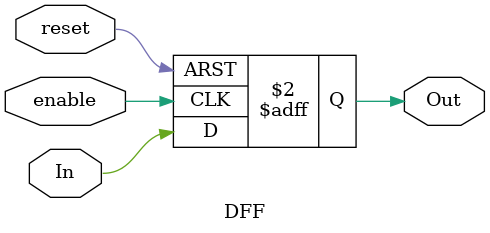
<source format=v>
`timescale 1ns / 1ps

(* DONT_TOUCH = "true | yes " *)
module DFF(In, enable, reset, Out);
    input In, enable, reset;
    output Out;
    
    (* dont_touch = "true" *) reg Out;
    (* dont_touch = "true" *) wire In, enable, reset;

    always@(posedge enable or posedge reset)begin
        if(reset)
            Out=1'b0;
        else
            Out=In;
    end
endmodule
</source>
